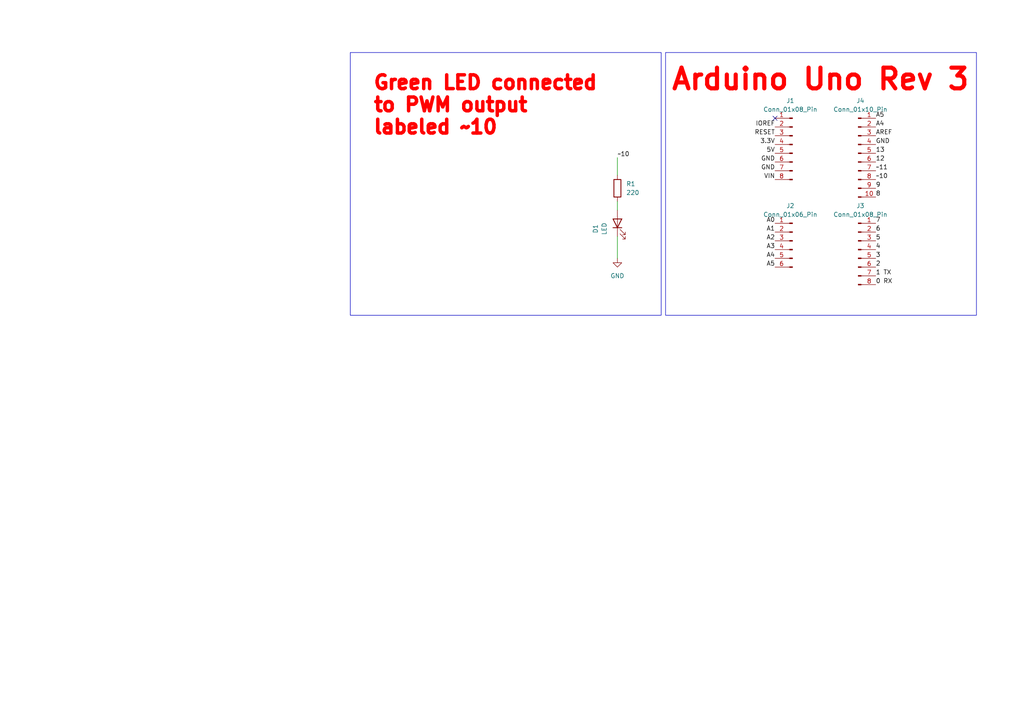
<source format=kicad_sch>
(kicad_sch (version 20230121) (generator eeschema)
  (paper "A4")
  (lib_symbols
    (symbol "Connector:Conn_01x06_Pin" (pin_names (offset 1.016) hide)
      (property "Reference" "J" (at 0 7.62 0))
      (property "Value" "Conn_01x06_Pin" (at 0 -10.16 0))
      (symbol "Conn_01x06_Pin_1_1"
        (polyline (pts (xy 1.27 -7.62) (xy 0.8636 -7.62)) (stroke (width 0.1524)))
        (polyline (pts (xy 1.27 -5.08) (xy 0.8636 -5.08)) (stroke (width 0.1524)))
        (polyline (pts (xy 1.27 -2.54) (xy 0.8636 -2.54)) (stroke (width 0.1524)))
        (polyline (pts (xy 1.27 0) (xy 0.8636 0)) (stroke (width 0.1524)))
        (polyline (pts (xy 1.27 2.54) (xy 0.8636 2.54)) (stroke (width 0.1524)))
        (polyline (pts (xy 1.27 5.08) (xy 0.8636 5.08)) (stroke (width 0.1524)))
        (rectangle (start 0.8636 -7.493) (end 0 -7.747) (stroke (width 0.1524)) (fill (type outline)))
        (rectangle (start 0.8636 -4.953) (end 0 -5.207) (stroke (width 0.1524)) (fill (type outline)))
        (rectangle (start 0.8636 -2.413) (end 0 -2.667) (stroke (width 0.1524)) (fill (type outline)))
        (rectangle (start 0.8636 0.127) (end 0 -0.127) (stroke (width 0.1524)) (fill (type outline)))
        (rectangle (start 0.8636 2.667) (end 0 2.413) (stroke (width 0.1524)) (fill (type outline)))
        (rectangle (start 0.8636 5.207) (end 0 4.953) (stroke (width 0.1524)) (fill (type outline)))
        (pin passive line (at 5.08 5.08 180) (length 3.81) (name "Pin_1") (number "1"))
        (pin passive line (at 5.08 2.54 180) (length 3.81) (name "Pin_2") (number "2"))
        (pin passive line (at 5.08 0 180) (length 3.81) (name "Pin_3") (number "3"))
        (pin passive line (at 5.08 -2.54 180) (length 3.81) (name "Pin_4") (number "4"))
        (pin passive line (at 5.08 -5.08 180) (length 3.81) (name "Pin_5") (number "5"))
        (pin passive line (at 5.08 -7.62 180) (length 3.81) (name "Pin_6") (number "6"))
      )
    )
    (symbol "Connector:Conn_01x08_Pin" (pin_names (offset 1.016) hide)
      (property "Reference" "J" (at 0 10.16 0))
      (property "Value" "Conn_01x08_Pin" (at 0 -12.7 0))
      (symbol "Conn_01x08_Pin_1_1"
        (polyline (pts (xy 1.27 -10.16) (xy 0.8636 -10.16)) (stroke (width 0.1524)))
        (polyline (pts (xy 1.27 -7.62) (xy 0.8636 -7.62)) (stroke (width 0.1524)))
        (polyline (pts (xy 1.27 -5.08) (xy 0.8636 -5.08)) (stroke (width 0.1524)))
        (polyline (pts (xy 1.27 -2.54) (xy 0.8636 -2.54)) (stroke (width 0.1524)))
        (polyline (pts (xy 1.27 0) (xy 0.8636 0)) (stroke (width 0.1524)))
        (polyline (pts (xy 1.27 2.54) (xy 0.8636 2.54)) (stroke (width 0.1524)))
        (polyline (pts (xy 1.27 5.08) (xy 0.8636 5.08)) (stroke (width 0.1524)))
        (polyline (pts (xy 1.27 7.62) (xy 0.8636 7.62)) (stroke (width 0.1524)))
        (rectangle (start 0.8636 -10.033) (end 0 -10.287) (stroke (width 0.1524)) (fill (type outline)))
        (rectangle (start 0.8636 -7.493) (end 0 -7.747) (stroke (width 0.1524)) (fill (type outline)))
        (rectangle (start 0.8636 -4.953) (end 0 -5.207) (stroke (width 0.1524)) (fill (type outline)))
        (rectangle (start 0.8636 -2.413) (end 0 -2.667) (stroke (width 0.1524)) (fill (type outline)))
        (rectangle (start 0.8636 0.127) (end 0 -0.127) (stroke (width 0.1524)) (fill (type outline)))
        (rectangle (start 0.8636 2.667) (end 0 2.413) (stroke (width 0.1524)) (fill (type outline)))
        (rectangle (start 0.8636 5.207) (end 0 4.953) (stroke (width 0.1524)) (fill (type outline)))
        (rectangle (start 0.8636 7.747) (end 0 7.493) (stroke (width 0.1524)) (fill (type outline)))
        (pin passive line (at 5.08 7.62 180) (length 3.81) (name "Pin_1") (number "1"))
        (pin passive line (at 5.08 5.08 180) (length 3.81) (name "Pin_2") (number "2"))
        (pin passive line (at 5.08 2.54 180) (length 3.81) (name "Pin_3") (number "3"))
        (pin passive line (at 5.08 0 180) (length 3.81) (name "Pin_4") (number "4"))
        (pin passive line (at 5.08 -2.54 180) (length 3.81) (name "Pin_5") (number "5"))
        (pin passive line (at 5.08 -5.08 180) (length 3.81) (name "Pin_6") (number "6"))
        (pin passive line (at 5.08 -7.62 180) (length 3.81) (name "Pin_7") (number "7"))
        (pin passive line (at 5.08 -10.16 180) (length 3.81) (name "Pin_8") (number "8"))
      )
    )
    (symbol "Connector:Conn_01x10_Pin" (pin_names (offset 1.016) hide)
      (property "Reference" "J" (at 0 12.7 0))
      (property "Value" "Conn_01x10_Pin" (at 0 -15.24 0))
      (symbol "Conn_01x10_Pin_1_1"
        (polyline (pts (xy 1.27 -12.7) (xy 0.8636 -12.7)) (stroke (width 0.1524)))
        (polyline (pts (xy 1.27 -10.16) (xy 0.8636 -10.16)) (stroke (width 0.1524)))
        (polyline (pts (xy 1.27 -7.62) (xy 0.8636 -7.62)) (stroke (width 0.1524)))
        (polyline (pts (xy 1.27 -5.08) (xy 0.8636 -5.08)) (stroke (width 0.1524)))
        (polyline (pts (xy 1.27 -2.54) (xy 0.8636 -2.54)) (stroke (width 0.1524)))
        (polyline (pts (xy 1.27 0) (xy 0.8636 0)) (stroke (width 0.1524)))
        (polyline (pts (xy 1.27 2.54) (xy 0.8636 2.54)) (stroke (width 0.1524)))
        (polyline (pts (xy 1.27 5.08) (xy 0.8636 5.08)) (stroke (width 0.1524)))
        (polyline (pts (xy 1.27 7.62) (xy 0.8636 7.62)) (stroke (width 0.1524)))
        (polyline (pts (xy 1.27 10.16) (xy 0.8636 10.16)) (stroke (width 0.1524)))
        (rectangle (start 0.8636 -12.573) (end 0 -12.827) (stroke (width 0.1524)) (fill (type outline)))
        (rectangle (start 0.8636 -10.033) (end 0 -10.287) (stroke (width 0.1524)) (fill (type outline)))
        (rectangle (start 0.8636 -7.493) (end 0 -7.747) (stroke (width 0.1524)) (fill (type outline)))
        (rectangle (start 0.8636 -4.953) (end 0 -5.207) (stroke (width 0.1524)) (fill (type outline)))
        (rectangle (start 0.8636 -2.413) (end 0 -2.667) (stroke (width 0.1524)) (fill (type outline)))
        (rectangle (start 0.8636 0.127) (end 0 -0.127) (stroke (width 0.1524)) (fill (type outline)))
        (rectangle (start 0.8636 2.667) (end 0 2.413) (stroke (width 0.1524)) (fill (type outline)))
        (rectangle (start 0.8636 5.207) (end 0 4.953) (stroke (width 0.1524)) (fill (type outline)))
        (rectangle (start 0.8636 7.747) (end 0 7.493) (stroke (width 0.1524)) (fill (type outline)))
        (rectangle (start 0.8636 10.287) (end 0 10.033) (stroke (width 0.1524)) (fill (type outline)))
        (pin passive line (at 5.08 10.16 180) (length 3.81) (name "Pin_1") (number "1"))
        (pin passive line (at 5.08 -12.7 180) (length 3.81) (name "Pin_10") (number "10"))
        (pin passive line (at 5.08 7.62 180) (length 3.81) (name "Pin_2") (number "2"))
        (pin passive line (at 5.08 5.08 180) (length 3.81) (name "Pin_3") (number "3"))
        (pin passive line (at 5.08 2.54 180) (length 3.81) (name "Pin_4") (number "4"))
        (pin passive line (at 5.08 0 180) (length 3.81) (name "Pin_5") (number "5"))
        (pin passive line (at 5.08 -2.54 180) (length 3.81) (name "Pin_6") (number "6"))
        (pin passive line (at 5.08 -5.08 180) (length 3.81) (name "Pin_7") (number "7"))
        (pin passive line (at 5.08 -7.62 180) (length 3.81) (name "Pin_8") (number "8"))
        (pin passive line (at 5.08 -10.16 180) (length 3.81) (name "Pin_9") (number "9"))
      )
    )
    (symbol "Device:LED" (pin_numbers hide) (pin_names (offset 1.016) hide)
      (property "Reference" "D" (at 0 2.54 0))
      (property "Value" "LED" (at 0 -2.54 0))
      (symbol "LED_0_1"
        (polyline (pts (xy -1.27 -1.27) (xy -1.27 1.27)) (stroke (width 0.254)))
        (polyline (pts (xy -1.27 0) (xy 1.27 0)))
        (polyline (pts (xy 1.27 -1.27) (xy 1.27 1.27) (xy -1.27 0) (xy 1.27 -1.27)) (stroke (width 0.254)))
        (polyline (pts (xy -3.048 -0.762) (xy -4.572 -2.286) (xy -3.81 -2.286) (xy -4.572 -2.286) (xy -4.572 -1.524)))
        (polyline (pts (xy -1.778 -0.762) (xy -3.302 -2.286) (xy -2.54 -2.286) (xy -3.302 -2.286) (xy -3.302 -1.524)))
      )
      (symbol "LED_1_1"
        (pin passive line (at -3.81 0 0) (length 2.54) (name "K") (number "1"))
        (pin passive line (at 3.81 0 180) (length 2.54) (name "A") (number "2"))
      )
    )
    (symbol "Device:R" (pin_numbers hide) (pin_names (offset 0))
      (property "Reference" "R" (at 2.032 0 90))
      (property "Value" "R" (at 0 0 90))
      (symbol "R_0_1"
        (rectangle (start -1.016 -2.54) (end 1.016 2.54) (stroke (width 0.254)))
      )
      (symbol "R_1_1"
        (pin passive line (at 0 3.81 270) (length 1.27) (name "~") (number "1"))
        (pin passive line (at 0 -3.81 90) (length 1.27) (name "~") (number "2"))
      )
    )
    (symbol "power:GND" (power) (pin_names (offset 0))
      (property "Value" "GND" (at 0 -3.81 0))
      (symbol "GND_0_1"
        (polyline (pts (xy 0 0) (xy 0 -1.27) (xy 1.27 -1.27) (xy 0 -2.54) (xy -1.27 -1.27) (xy 0 -1.27)))
      )
      (symbol "GND_1_1"
        (pin power_in line (at 0 0 270) (length 0) hide (name "GND") (number "1"))
      )
    )
  )
  (no_connect (at 224.79 34.29))
  (wire (pts (xy 179.07 60.96) (xy 179.07 58.42)))
  (wire (pts (xy 179.07 74.93) (xy 179.07 68.58)))
  (wire (pts (xy 179.07 50.8) (xy 179.07 45.72)))
  (rectangle (start 193.04 15.24) (end 283.21 91.44))
  (rectangle (start 101.6 15.24) (end 191.77 91.44))
  (text "Green LED connected \nto PWM output \nlabeled ~10" (at 107.95 39.37 0) (effects (font (size 4 4) (thickness 1.2) bold) (justify left bottom)))
  (text "Arduino Uno Rev 3" (at 194.31 26.67 0) (effects (font (size 6 6) (thickness 1.2) bold) (justify left bottom)))
  (label "GND" (at 224.79 49.53 180))
  (label "GND" (at 224.79 46.99 180))
  (label "0 RX" (at 254 82.55 0))
  (label "IOREF" (at 224.79 36.83 180))
  (label "A5" (at 254 34.29 0))
  (label "VIN" (at 224.79 52.07 180))
  (label "2" (at 254 77.47 0))
  (label "6" (at 254 67.31 0))
  (label "5V" (at 224.79 44.45 180))
  (label "A2" (at 224.79 69.85 180))
  (label "A3" (at 224.79 72.39 180))
  (label "A5" (at 224.79 77.47 180))
  (label "7" (at 254 64.77 0))
  (label "8" (at 254 57.15 0))
  (label "GND" (at 254 41.91 0))
  (label "A4" (at 224.79 74.93 180))
  (label "AREF" (at 254 39.37 0))
  (label "3.3V" (at 224.79 41.91 180))
  (label "~10" (at 179.07 45.72 0))
  (label "RESET" (at 224.79 39.37 180))
  (label "9" (at 254 54.61 0))
  (label "~10" (at 254 52.07 0))
  (label "~11" (at 254 49.53 0))
  (label "13" (at 254 44.45 0))
  (label "A0" (at 224.79 64.77 180))
  (label "4" (at 254 72.39 0))
  (label "A4" (at 254 36.83 0))
  (label "A1" (at 224.79 67.31 180))
  (label "1 TX" (at 254 80.01 0))
  (label "5" (at 254 69.85 0))
  (label "3" (at 254 74.93 0))
  (label "12" (at 254 46.99 0))
  (symbol (lib_id "Connector:Conn_01x08_Pin") (at 248.92 72.39 0) (unit 1)
    (property "Reference" "J3" (at 249.555 59.69 0))
    (property "Value" "Conn_01x08_Pin" (at 249.555 62.23 0))
    (property "Footprint" "Connector_PinSocket_2.54mm:PinSocket_1x08_P2.54mm_Vertical" (effects hide))
  )
  (symbol (lib_id "Device:LED") (at 179.07 64.77 90) (unit 1)
    (property "Reference" "D1" (at 172.72 66.3575 0))
    (property "Value" "LED" (at 175.26 66.3575 0))
    (property "Footprint" "LED_THT:LED_VCCLite_5381H5_6.35x6.35mm" (effects hide))
  )
  (symbol (lib_id "Connector:Conn_01x06_Pin") (at 229.87 69.85 0) (mirror y) (unit 1)
    (property "Reference" "J2" (at 229.235 59.69 0))
    (property "Value" "Conn_01x06_Pin" (at 229.235 62.23 0))
    (property "Footprint" "Connector_PinSocket_2.54mm:PinSocket_1x06_P2.54mm_Vertical" (effects hide))
  )
  (symbol (lib_id "Connector:Conn_01x10_Pin") (at 248.92 44.45 0) (unit 1)
    (property "Reference" "J4" (at 249.555 29.21 0))
    (property "Value" "Conn_01x10_Pin" (at 249.555 31.75 0))
    (property "Footprint" "Connector_PinSocket_2.54mm:PinSocket_1x10_P2.54mm_Vertical" (effects hide))
  )
  (symbol (lib_id "power:GND") (at 179.07 74.93 0) (unit 1)
    (property "Reference" "#PWR01" (effects hide))
    (property "Value" "GND" (at 179.07 80.01 0))
  )
  (symbol (lib_id "Device:R") (at 179.07 54.61 180) (unit 1)
    (property "Reference" "R1" (at 181.61 53.34 0) (effects (justify right)))
    (property "Value" "220" (at 181.61 55.88 0) (effects (justify right)))
    (property "Footprint" "Resistor_THT:R_Axial_DIN0207_L6.3mm_D2.5mm_P5.08mm_Vertical" (effects hide))
  )
  (symbol (lib_id "Connector:Conn_01x08_Pin") (at 229.87 41.91 0) (mirror y) (unit 1)
    (property "Reference" "J1" (at 229.235 29.21 0))
    (property "Value" "Conn_01x08_Pin" (at 229.235 31.75 0))
    (property "Footprint" "Connector_PinSocket_2.54mm:PinSocket_1x08_P2.54mm_Vertical" (effects hide))
  )
)
</source>
